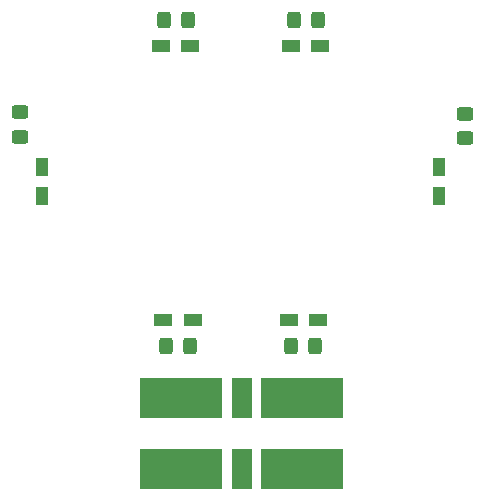
<source format=gbp>
G04 #@! TF.GenerationSoftware,KiCad,Pcbnew,6.0.10-86aedd382b~118~ubuntu22.04.1*
G04 #@! TF.CreationDate,2023-01-25T08:31:52-08:00*
G04 #@! TF.ProjectId,covid-dude,636f7669-642d-4647-9564-652e6b696361,rev?*
G04 #@! TF.SameCoordinates,Original*
G04 #@! TF.FileFunction,Paste,Bot*
G04 #@! TF.FilePolarity,Positive*
%FSLAX46Y46*%
G04 Gerber Fmt 4.6, Leading zero omitted, Abs format (unit mm)*
G04 Created by KiCad (PCBNEW 6.0.10-86aedd382b~118~ubuntu22.04.1) date 2023-01-25 08:31:52*
%MOMM*%
%LPD*%
G01*
G04 APERTURE LIST*
G04 Aperture macros list*
%AMRoundRect*
0 Rectangle with rounded corners*
0 $1 Rounding radius*
0 $2 $3 $4 $5 $6 $7 $8 $9 X,Y pos of 4 corners*
0 Add a 4 corners polygon primitive as box body*
4,1,4,$2,$3,$4,$5,$6,$7,$8,$9,$2,$3,0*
0 Add four circle primitives for the rounded corners*
1,1,$1+$1,$2,$3*
1,1,$1+$1,$4,$5*
1,1,$1+$1,$6,$7*
1,1,$1+$1,$8,$9*
0 Add four rect primitives between the rounded corners*
20,1,$1+$1,$2,$3,$4,$5,0*
20,1,$1+$1,$4,$5,$6,$7,0*
20,1,$1+$1,$6,$7,$8,$9,0*
20,1,$1+$1,$8,$9,$2,$3,0*%
G04 Aperture macros list end*
%ADD10R,1.000000X1.500000*%
%ADD11R,1.500000X1.000000*%
%ADD12RoundRect,0.250000X-0.450000X0.325000X-0.450000X-0.325000X0.450000X-0.325000X0.450000X0.325000X0*%
%ADD13R,6.908800X3.454400*%
%ADD14R,1.727200X3.454400*%
%ADD15RoundRect,0.250000X-0.325000X-0.450000X0.325000X-0.450000X0.325000X0.450000X-0.325000X0.450000X0*%
%ADD16RoundRect,0.250000X0.325000X0.450000X-0.325000X0.450000X-0.325000X-0.450000X0.325000X-0.450000X0*%
G04 APERTURE END LIST*
D10*
G04 #@! TO.C,D6*
X81900000Y-107050000D03*
X81900000Y-109550000D03*
G04 #@! TD*
D11*
G04 #@! TO.C,D2*
X105450000Y-96800000D03*
X102950000Y-96800000D03*
G04 #@! TD*
D12*
G04 #@! TO.C,R6*
X80000000Y-102450000D03*
X80000000Y-104500000D03*
G04 #@! TD*
D10*
G04 #@! TO.C,D5*
X115500000Y-109550000D03*
X115500000Y-107050000D03*
G04 #@! TD*
D13*
G04 #@! TO.C,X1*
X103930800Y-126622800D03*
X103930800Y-132617200D03*
D14*
X98800000Y-126622800D03*
X98800000Y-132617200D03*
D13*
X93669200Y-126622800D03*
X93669200Y-132617200D03*
G04 #@! TD*
D15*
G04 #@! TO.C,R3*
X102975000Y-122200000D03*
X105025000Y-122200000D03*
G04 #@! TD*
D11*
G04 #@! TO.C,D4*
X92150000Y-120000000D03*
X94650000Y-120000000D03*
G04 #@! TD*
G04 #@! TO.C,D1*
X94450000Y-96800000D03*
X91950000Y-96800000D03*
G04 #@! TD*
D16*
G04 #@! TO.C,R1*
X94225000Y-94600000D03*
X92175000Y-94600000D03*
G04 #@! TD*
D12*
G04 #@! TO.C,R5*
X117700000Y-102575000D03*
X117700000Y-104625000D03*
G04 #@! TD*
D15*
G04 #@! TO.C,R4*
X92375000Y-122200000D03*
X94425000Y-122200000D03*
G04 #@! TD*
D16*
G04 #@! TO.C,R2*
X105225000Y-94600000D03*
X103175000Y-94600000D03*
G04 #@! TD*
D11*
G04 #@! TO.C,D3*
X102750000Y-120000000D03*
X105250000Y-120000000D03*
G04 #@! TD*
M02*

</source>
